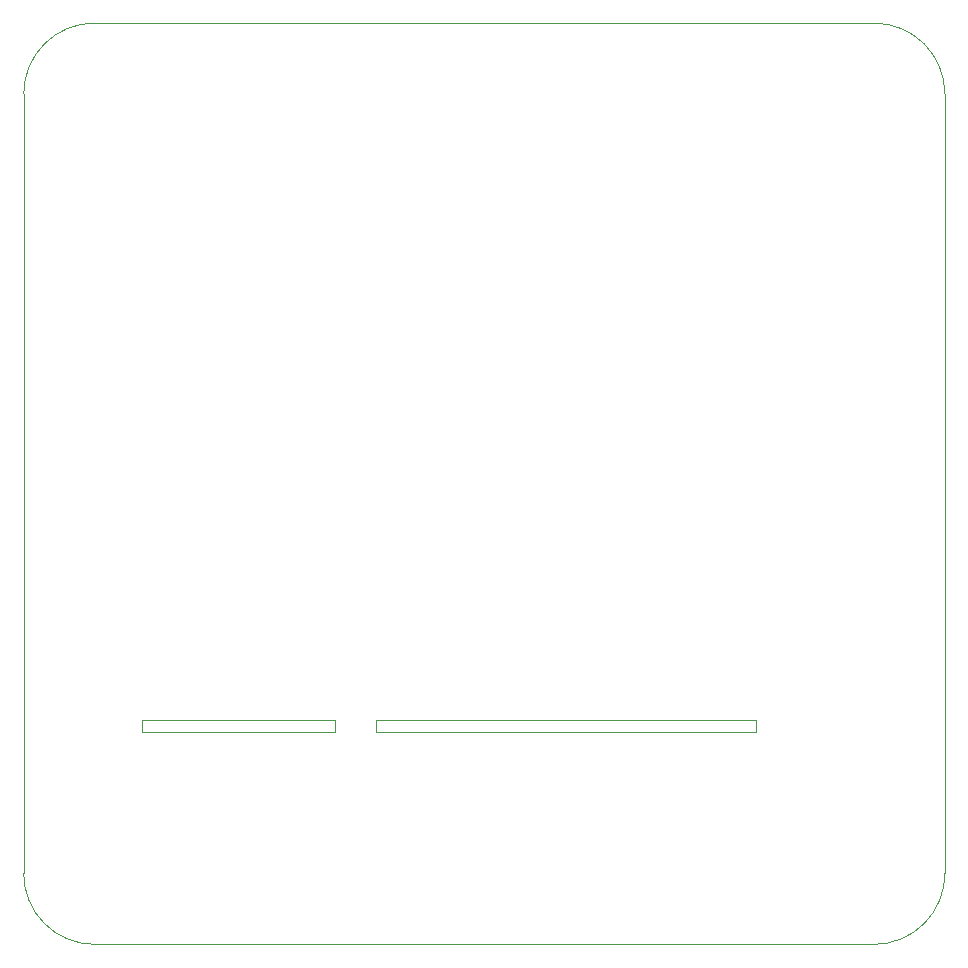
<source format=gbr>
G04 #@! TF.GenerationSoftware,KiCad,Pcbnew,5.99.0-unknown-fecb53b64f~142~ubuntu21.04.1*
G04 #@! TF.CreationDate,2021-10-23T16:59:13+04:00*
G04 #@! TF.ProjectId,BEEIRON v0.03,42454549-524f-44e2-9076-302e30332e6b,rev?*
G04 #@! TF.SameCoordinates,Original*
G04 #@! TF.FileFunction,Profile,NP*
%FSLAX46Y46*%
G04 Gerber Fmt 4.6, Leading zero omitted, Abs format (unit mm)*
G04 Created by KiCad (PCBNEW 5.99.0-unknown-fecb53b64f~142~ubuntu21.04.1) date 2021-10-23 16:59:13*
%MOMM*%
%LPD*%
G01*
G04 APERTURE LIST*
G04 #@! TA.AperFunction,Profile*
%ADD10C,0.100000*%
G04 #@! TD*
G04 APERTURE END LIST*
D10*
X181000000Y-64000000D02*
G75*
G03*
X175000000Y-58000000I-6000000J0D01*
G01*
X181000000Y-130000000D02*
X181000000Y-64000000D01*
X103000000Y-64000000D02*
X103000000Y-130000000D01*
X109000000Y-58000000D02*
G75*
G03*
X103000000Y-64000000I0J-6000000D01*
G01*
X132800000Y-117000000D02*
X165000000Y-117000000D01*
X129400000Y-117000000D02*
X113000000Y-117000000D01*
X132800000Y-117000000D02*
X132800000Y-118000000D01*
X113000000Y-117000000D02*
X113000000Y-118000000D01*
X165000000Y-118000000D02*
X132800000Y-118000000D01*
X103000000Y-130000000D02*
G75*
G03*
X109000000Y-136000000I6000000J0D01*
G01*
X175000000Y-58000000D02*
X109000000Y-58000000D01*
X113000000Y-118000000D02*
X129400000Y-118000000D01*
X109000000Y-136000000D02*
X175000000Y-136000000D01*
X175000000Y-136000000D02*
G75*
G03*
X181000000Y-130000000I0J6000000D01*
G01*
X129400000Y-117000000D02*
X129400000Y-118000000D01*
X165000000Y-117000000D02*
X165000000Y-118000000D01*
M02*

</source>
